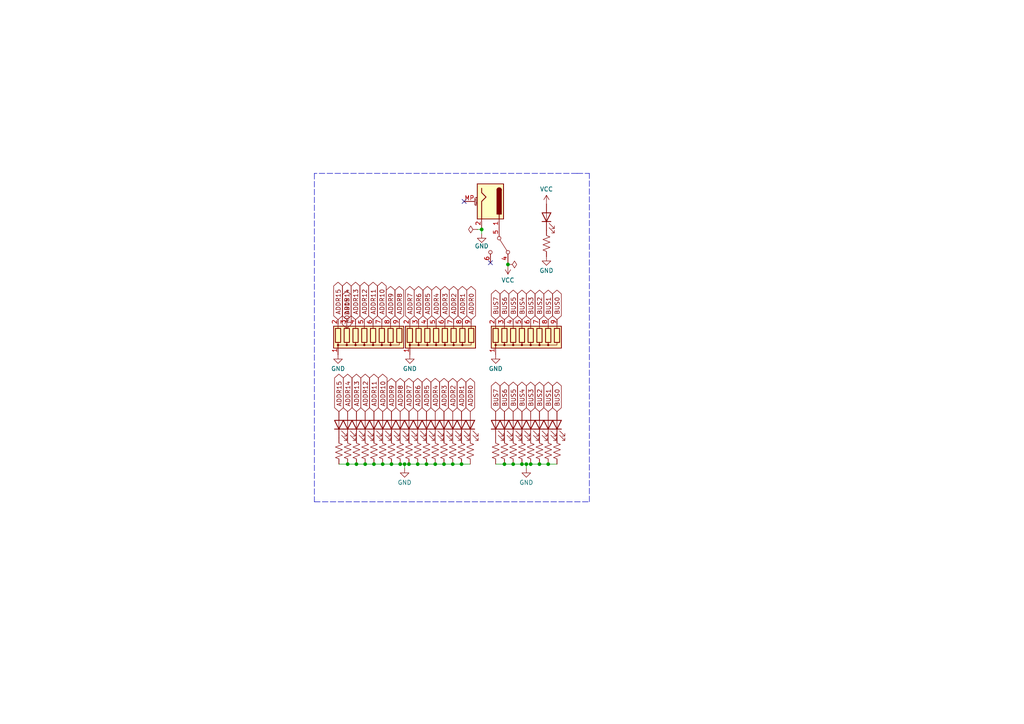
<source format=kicad_sch>
(kicad_sch (version 20211123) (generator eeschema)
  (paper "A4")
  (lib_symbols
    (symbol "Connector:Barrel_Jack_MountingPin" (pin_names hide)
      (property "Reference" "J" (at 0 5.334 0))
      (property "Value" "Barrel_Jack_MountingPin" (at 1.27 -6.35 0))
      (symbol "Barrel_Jack_MountingPin_0_1"
        (rectangle (start -5.08 3.81) (end 5.08 -3.81) (stroke (width 0.254)) (fill (type background)))
        (arc (start -3.302 3.175) (mid -3.937 2.54) (end -3.302 1.905) (stroke (width 0.254)))
        (arc (start -3.302 3.175) (mid -3.937 2.54) (end -3.302 1.905) (stroke (width 0.254)) (fill (type outline)))
        (polyline (pts (xy 5.08 2.54) (xy 3.81 2.54)) (stroke (width 0.254)))
        (polyline (pts (xy -3.81 -2.54) (xy -2.54 -2.54) (xy -1.27 -1.27) (xy 0 -2.54) (xy 2.54 -2.54) (xy 5.08 -2.54)) (stroke (width 0.254)))
        (rectangle (start 3.683 3.175) (end -3.302 1.905) (stroke (width 0.254)) (fill (type outline)))
      )
      (symbol "Barrel_Jack_MountingPin_1_1"
        (polyline (pts (xy -1.016 -4.572) (xy 1.016 -4.572)) (stroke (width 0.1524)))
        (text "Mounting" (at 0 -4.191 0) (effects (font (size 0.381 0.381))))
        (pin passive line (at 7.62 2.54 180) (length 2.54) (name "~") (number "1"))
        (pin passive line (at 7.62 -2.54 180) (length 2.54) (name "~") (number "2"))
        (pin passive line (at 0 -7.62 90) (length 3.048) (name "MountPin") (number "MP"))
      )
    )
    (symbol "Device:LED" (pin_numbers hide) (pin_names (offset 1.016) hide)
      (property "Reference" "D" (at 0 2.54 0))
      (property "Value" "LED" (at 0 -2.54 0))
      (symbol "LED_0_1"
        (polyline (pts (xy -1.27 -1.27) (xy -1.27 1.27)) (stroke (width 0.254)))
        (polyline (pts (xy -1.27 0) (xy 1.27 0)))
        (polyline (pts (xy 1.27 -1.27) (xy 1.27 1.27) (xy -1.27 0) (xy 1.27 -1.27)) (stroke (width 0.254)))
        (polyline (pts (xy -3.048 -0.762) (xy -4.572 -2.286) (xy -3.81 -2.286) (xy -4.572 -2.286) (xy -4.572 -1.524)))
        (polyline (pts (xy -1.778 -0.762) (xy -3.302 -2.286) (xy -2.54 -2.286) (xy -3.302 -2.286) (xy -3.302 -1.524)))
      )
      (symbol "LED_1_1"
        (pin passive line (at -3.81 0 0) (length 2.54) (name "K") (number "1"))
        (pin passive line (at 3.81 0 180) (length 2.54) (name "A") (number "2"))
      )
    )
    (symbol "Device:R_Network08" (pin_names (offset 0) hide)
      (property "Reference" "RN" (at -12.7 0 90))
      (property "Value" "R_Network08" (at 10.16 0 90))
      (symbol "R_Network08_0_1"
        (rectangle (start -11.43 -3.175) (end 8.89 3.175) (stroke (width 0.254)) (fill (type background)))
        (rectangle (start -10.922 1.524) (end -9.398 -2.54) (stroke (width 0.254)))
        (circle (center -10.16 2.286) (radius 0.254) (fill (type outline)))
        (rectangle (start -8.382 1.524) (end -6.858 -2.54) (stroke (width 0.254)))
        (circle (center -7.62 2.286) (radius 0.254) (fill (type outline)))
        (rectangle (start -5.842 1.524) (end -4.318 -2.54) (stroke (width 0.254)))
        (circle (center -5.08 2.286) (radius 0.254) (fill (type outline)))
        (rectangle (start -3.302 1.524) (end -1.778 -2.54) (stroke (width 0.254)))
        (circle (center -2.54 2.286) (radius 0.254) (fill (type outline)))
        (rectangle (start -0.762 1.524) (end 0.762 -2.54) (stroke (width 0.254)))
        (polyline (pts (xy -10.16 -2.54) (xy -10.16 -3.81)))
        (polyline (pts (xy -7.62 -2.54) (xy -7.62 -3.81)))
        (polyline (pts (xy -5.08 -2.54) (xy -5.08 -3.81)))
        (polyline (pts (xy -2.54 -2.54) (xy -2.54 -3.81)))
        (polyline (pts (xy 0 -2.54) (xy 0 -3.81)))
        (polyline (pts (xy 2.54 -2.54) (xy 2.54 -3.81)))
        (polyline (pts (xy 5.08 -2.54) (xy 5.08 -3.81)))
        (polyline (pts (xy 7.62 -2.54) (xy 7.62 -3.81)))
        (polyline (pts (xy -10.16 1.524) (xy -10.16 2.286) (xy -7.62 2.286) (xy -7.62 1.524)))
        (polyline (pts (xy -7.62 1.524) (xy -7.62 2.286) (xy -5.08 2.286) (xy -5.08 1.524)))
        (polyline (pts (xy -5.08 1.524) (xy -5.08 2.286) (xy -2.54 2.286) (xy -2.54 1.524)))
        (polyline (pts (xy -2.54 1.524) (xy -2.54 2.286) (xy 0 2.286) (xy 0 1.524)))
        (polyline (pts (xy 0 1.524) (xy 0 2.286) (xy 2.54 2.286) (xy 2.54 1.524)))
        (polyline (pts (xy 2.54 1.524) (xy 2.54 2.286) (xy 5.08 2.286) (xy 5.08 1.524)))
        (polyline (pts (xy 5.08 1.524) (xy 5.08 2.286) (xy 7.62 2.286) (xy 7.62 1.524)))
        (circle (center 0 2.286) (radius 0.254) (fill (type outline)))
        (rectangle (start 1.778 1.524) (end 3.302 -2.54) (stroke (width 0.254)))
        (circle (center 2.54 2.286) (radius 0.254) (fill (type outline)))
        (rectangle (start 4.318 1.524) (end 5.842 -2.54) (stroke (width 0.254)))
        (circle (center 5.08 2.286) (radius 0.254) (fill (type outline)))
        (rectangle (start 6.858 1.524) (end 8.382 -2.54) (stroke (width 0.254)))
      )
      (symbol "R_Network08_1_1"
        (pin passive line (at -10.16 5.08 270) (length 2.54) (name "common") (number "1"))
        (pin passive line (at -10.16 -5.08 90) (length 1.27) (name "R1") (number "2"))
        (pin passive line (at -7.62 -5.08 90) (length 1.27) (name "R2") (number "3"))
        (pin passive line (at -5.08 -5.08 90) (length 1.27) (name "R3") (number "4"))
        (pin passive line (at -2.54 -5.08 90) (length 1.27) (name "R4") (number "5"))
        (pin passive line (at 0 -5.08 90) (length 1.27) (name "R5") (number "6"))
        (pin passive line (at 2.54 -5.08 90) (length 1.27) (name "R6") (number "7"))
        (pin passive line (at 5.08 -5.08 90) (length 1.27) (name "R7") (number "8"))
        (pin passive line (at 7.62 -5.08 90) (length 1.27) (name "R8") (number "9"))
      )
    )
    (symbol "Device:R_US" (pin_numbers hide) (pin_names (offset 0))
      (property "Reference" "R" (at 2.54 0 90))
      (property "Value" "R_US" (at -2.54 0 90))
      (symbol "R_US_0_1"
        (polyline (pts (xy 0 -2.286) (xy 0 -2.54)))
        (polyline (pts (xy 0 2.286) (xy 0 2.54)))
        (polyline (pts (xy 0 -0.762) (xy 1.016 -1.143) (xy 0 -1.524) (xy -1.016 -1.905) (xy 0 -2.286)))
        (polyline (pts (xy 0 0.762) (xy 1.016 0.381) (xy 0 0) (xy -1.016 -0.381) (xy 0 -0.762)))
        (polyline (pts (xy 0 2.286) (xy 1.016 1.905) (xy 0 1.524) (xy -1.016 1.143) (xy 0 0.762)))
      )
      (symbol "R_US_1_1"
        (pin passive line (at 0 3.81 270) (length 1.27) (name "~") (number "1"))
        (pin passive line (at 0 -3.81 90) (length 1.27) (name "~") (number "2"))
      )
    )
    (symbol "Switch:SW_DPDT_x2" (pin_names (offset 0) hide)
      (property "Reference" "SW" (at 0 4.318 0))
      (property "Value" "SW_DPDT_x2" (at 0 -5.08 0))
      (symbol "SW_DPDT_x2_0_0"
        (circle (center -2.032 0) (radius 0.508))
        (circle (center 2.032 -2.54) (radius 0.508))
      )
      (symbol "SW_DPDT_x2_0_1"
        (polyline (pts (xy -1.524 0.254) (xy 1.651 2.286)))
        (circle (center 2.032 2.54) (radius 0.508))
      )
      (symbol "SW_DPDT_x2_1_1"
        (pin passive line (at 5.08 2.54 180) (length 2.54) (name "A") (number "1"))
        (pin passive line (at -5.08 0 0) (length 2.54) (name "B") (number "2"))
        (pin passive line (at 5.08 -2.54 180) (length 2.54) (name "C") (number "3"))
      )
      (symbol "SW_DPDT_x2_2_1"
        (pin passive line (at 5.08 2.54 180) (length 2.54) (name "A") (number "4"))
        (pin passive line (at -5.08 0 0) (length 2.54) (name "B") (number "5"))
        (pin passive line (at 5.08 -2.54 180) (length 2.54) (name "C") (number "6"))
      )
    )
    (symbol "power:GND" (power) (pin_names (offset 0))
      (property "Value" "GND" (at 0 -3.81 0))
      (symbol "GND_0_1"
        (polyline (pts (xy 0 0) (xy 0 -1.27) (xy 1.27 -1.27) (xy 0 -2.54) (xy -1.27 -1.27) (xy 0 -1.27)))
      )
      (symbol "GND_1_1"
        (pin power_in line (at 0 0 270) (length 0) hide (name "GND") (number "1"))
      )
    )
    (symbol "power:PWR_FLAG" (power) (pin_numbers hide) (pin_names (offset 0) hide)
      (property "Value" "PWR_FLAG" (at 0 3.81 0))
      (symbol "PWR_FLAG_0_0"
        (pin power_out line (at 0 0 90) (length 0) (name "pwr") (number "1"))
      )
      (symbol "PWR_FLAG_0_1"
        (polyline (pts (xy 0 0) (xy 0 1.27) (xy -1.016 1.905) (xy 0 2.54) (xy 1.016 1.905) (xy 0 1.27)))
      )
    )
    (symbol "power:VCC" (power) (pin_names (offset 0))
      (property "Value" "VCC" (at 0 3.81 0))
      (symbol "VCC_0_1"
        (polyline (pts (xy -0.762 1.27) (xy 0 2.54)))
        (polyline (pts (xy 0 0) (xy 0 2.54)))
        (polyline (pts (xy 0 2.54) (xy 0.762 1.27)))
      )
      (symbol "VCC_1_1"
        (pin power_in line (at 0 0 90) (length 0) hide (name "VCC") (number "1"))
      )
    )
  )
  (junction (at 146.304 134.62))
  (junction (at 131.318 134.62))
  (junction (at 116.078 134.62))
  (junction (at 108.458 134.62))
  (junction (at 117.348 134.62))
  (junction (at 126.238 134.62))
  (junction (at 153.924 134.62))
  (junction (at 118.618 134.62))
  (junction (at 159.004 134.62))
  (junction (at 133.858 134.62))
  (junction (at 113.538 134.62))
  (junction (at 139.7 66.548))
  (junction (at 128.778 134.62))
  (junction (at 110.998 134.62))
  (junction (at 156.464 134.62))
  (junction (at 148.844 134.62))
  (junction (at 147.32 76.708))
  (junction (at 121.158 134.62))
  (junction (at 151.384 134.62))
  (junction (at 152.654 134.62))
  (junction (at 100.838 134.62))
  (junction (at 105.918 134.62))
  (junction (at 123.698 134.62))
  (junction (at 103.378 134.62))
  (no_connect (at 134.62 58.42))
  (no_connect (at 142.24 76.2))
  (wire (pts (xy 133.858 134.62) (xy 136.398 134.62)))
  (wire (pts (xy 126.238 134.62) (xy 128.778 134.62)))
  (wire (pts (xy 138.43 66.548) (xy 139.7 66.548)))
  (wire (pts (xy 156.464 134.62) (xy 159.004 134.62)))
  (wire (pts (xy 118.618 134.62) (xy 121.158 134.62)))
  (polyline (pts (xy 91.186 145.542) (xy 170.942 145.542)))
  (polyline (pts (xy 91.186 50.292) (xy 91.186 145.542)))
  (wire (pts (xy 105.918 134.62) (xy 108.458 134.62)))
  (polyline (pts (xy 170.942 145.542) (xy 170.942 50.292)))
  (wire (pts (xy 103.378 134.62) (xy 105.918 134.62)))
  (wire (pts (xy 110.998 134.62) (xy 113.538 134.62)))
  (wire (pts (xy 147.32 76.962) (xy 147.32 76.708)))
  (wire (pts (xy 98.298 134.62) (xy 100.838 134.62)))
  (wire (pts (xy 117.348 134.62) (xy 117.348 135.89)))
  (wire (pts (xy 146.304 134.62) (xy 148.844 134.62)))
  (wire (pts (xy 123.698 134.62) (xy 126.238 134.62)))
  (wire (pts (xy 108.458 134.62) (xy 110.998 134.62)))
  (wire (pts (xy 121.158 134.62) (xy 123.698 134.62)))
  (wire (pts (xy 151.384 134.62) (xy 152.654 134.62)))
  (wire (pts (xy 152.654 134.62) (xy 153.924 134.62)))
  (polyline (pts (xy 167.386 50.292) (xy 170.942 50.292)))
  (wire (pts (xy 117.348 134.62) (xy 118.618 134.62)))
  (wire (pts (xy 152.654 134.62) (xy 152.654 135.89)))
  (polyline (pts (xy 167.386 50.292) (xy 91.186 50.292)))
  (wire (pts (xy 116.078 134.62) (xy 117.348 134.62)))
  (wire (pts (xy 113.538 134.62) (xy 116.078 134.62)))
  (wire (pts (xy 100.838 134.62) (xy 103.378 134.62)))
  (wire (pts (xy 139.7 67.818) (xy 139.7 66.548)))
  (wire (pts (xy 128.778 134.62) (xy 131.318 134.62)))
  (wire (pts (xy 147.32 76.708) (xy 147.32 76.2)))
  (wire (pts (xy 143.764 134.62) (xy 146.304 134.62)))
  (wire (pts (xy 148.844 134.62) (xy 151.384 134.62)))
  (wire (pts (xy 139.7 66.548) (xy 139.7 66.04)))
  (wire (pts (xy 153.924 134.62) (xy 156.464 134.62)))
  (wire (pts (xy 159.004 134.62) (xy 161.544 134.62)))
  (wire (pts (xy 131.318 134.62) (xy 133.858 134.62)))
  (global_label "ADDR5" (shape tri_state) (at 123.952 92.71 90) (property "Intersheet References" "${INTERSHEET_REFS}" (effects hide)))
  (global_label "ADDR10" (shape tri_state) (at 110.744 92.71 90) (property "Intersheet References" "${INTERSHEET_REFS}" (effects hide)))
  (global_label "BUS0" (shape tri_state) (at 161.544 92.71 90) (property "Intersheet References" "${INTERSHEET_REFS}" (effects hide)))
  (global_label "ADDR13" (shape tri_state) (at 103.124 92.71 90) (property "Intersheet References" "${INTERSHEET_REFS}" (effects hide)))
  (global_label "ADDR11" (shape tri_state) (at 108.458 119.38 90) (property "Intersheet References" "${INTERSHEET_REFS}" (effects hide)))
  (global_label "ADDR6" (shape tri_state) (at 121.412 92.71 90) (property "Intersheet References" "${INTERSHEET_REFS}" (effects hide)))
  (global_label "ADDR0" (shape tri_state) (at 136.398 119.38 90) (property "Intersheet References" "${INTERSHEET_REFS}" (effects hide)))
  (global_label "ADDR3" (shape tri_state) (at 128.778 119.38 90) (property "Intersheet References" "${INTERSHEET_REFS}" (effects hide)))
  (global_label "ADDR13" (shape tri_state) (at 103.378 119.38 90) (property "Intersheet References" "${INTERSHEET_REFS}" (effects hide)))
  (global_label "ADDR9" (shape tri_state) (at 113.284 92.71 90) (property "Intersheet References" "${INTERSHEET_REFS}" (effects hide)))
  (global_label "ADDR3" (shape tri_state) (at 129.032 92.71 90) (property "Intersheet References" "${INTERSHEET_REFS}" (effects hide)))
  (global_label "ADDR8" (shape tri_state) (at 116.078 119.38 90) (property "Intersheet References" "${INTERSHEET_REFS}" (effects hide)))
  (global_label "ADDR7" (shape tri_state) (at 118.618 119.38 90) (property "Intersheet References" "${INTERSHEET_REFS}" (effects hide)))
  (global_label "ADDR6" (shape tri_state) (at 121.158 119.38 90) (property "Intersheet References" "${INTERSHEET_REFS}" (effects hide)))
  (global_label "BUS6" (shape tri_state) (at 146.304 92.71 90) (property "Intersheet References" "${INTERSHEET_REFS}" (effects hide)))
  (global_label "BUS6" (shape tri_state) (at 146.304 119.38 90) (property "Intersheet References" "${INTERSHEET_REFS}" (effects hide)))
  (global_label "BUS5" (shape tri_state) (at 148.844 92.71 90) (property "Intersheet References" "${INTERSHEET_REFS}" (effects hide)))
  (global_label "ADDR4" (shape tri_state) (at 126.492 92.71 90) (property "Intersheet References" "${INTERSHEET_REFS}" (effects hide)))
  (global_label "ADDR15" (shape tri_state) (at 98.044 92.71 90) (property "Intersheet References" "${INTERSHEET_REFS}" (effects hide)))
  (global_label "ADDR1" (shape tri_state) (at 134.112 92.71 90) (property "Intersheet References" "${INTERSHEET_REFS}" (effects hide)))
  (global_label "BUS7" (shape tri_state) (at 143.764 119.38 90) (property "Intersheet References" "${INTERSHEET_REFS}" (effects hide)))
  (global_label "ADDR15" (shape tri_state) (at 98.298 119.38 90) (property "Intersheet References" "${INTERSHEET_REFS}" (effects hide)))
  (global_label "ADDR14" (shape tri_state) (at 100.584 92.71 90) (property "Intersheet References" "${INTERSHEET_REFS}" (effects hide)))
  (global_label "BUS7" (shape tri_state) (at 143.764 92.71 90) (property "Intersheet References" "${INTERSHEET_REFS}" (effects hide)))
  (global_label "ADDR10" (shape tri_state) (at 110.998 119.38 90) (property "Intersheet References" "${INTERSHEET_REFS}" (effects hide)))
  (global_label "ADDR11" (shape tri_state) (at 108.204 92.71 90) (property "Intersheet References" "${INTERSHEET_REFS}" (effects hide)))
  (global_label "ADDR1" (shape tri_state) (at 133.858 119.38 90) (property "Intersheet References" "${INTERSHEET_REFS}" (effects hide)))
  (global_label "ADDR8" (shape tri_state) (at 115.824 92.71 90) (property "Intersheet References" "${INTERSHEET_REFS}" (effects hide)))
  (global_label "BUS5" (shape tri_state) (at 148.844 119.38 90) (property "Intersheet References" "${INTERSHEET_REFS}" (effects hide)))
  (global_label "ADDR0" (shape tri_state) (at 136.652 92.71 90) (property "Intersheet References" "${INTERSHEET_REFS}" (effects hide)))
  (global_label "ADDR4" (shape tri_state) (at 126.238 119.38 90) (property "Intersheet References" "${INTERSHEET_REFS}" (effects hide)))
  (global_label "BUS1" (shape tri_state) (at 159.004 92.71 90) (property "Intersheet References" "${INTERSHEET_REFS}" (effects hide)))
  (global_label "ADDR7" (shape tri_state) (at 118.872 92.71 90) (property "Intersheet References" "${INTERSHEET_REFS}" (effects hide)))
  (global_label "ADDR9" (shape tri_state) (at 113.538 119.38 90) (property "Intersheet References" "${INTERSHEET_REFS}" (effects hide)))
  (global_label "ADDR5" (shape tri_state) (at 123.698 119.38 90) (property "Intersheet References" "${INTERSHEET_REFS}" (effects hide)))
  (global_label "ADDR2" (shape tri_state) (at 131.572 92.71 90) (property "Intersheet References" "${INTERSHEET_REFS}" (effects hide)))
  (global_label "ADDR12" (shape tri_state) (at 105.918 119.38 90) (property "Intersheet References" "${INTERSHEET_REFS}" (effects hide)))
  (global_label "BUS3" (shape tri_state) (at 153.924 92.71 90) (property "Intersheet References" "${INTERSHEET_REFS}" (effects hide)))
  (global_label "BUS0" (shape tri_state) (at 161.544 119.38 90) (property "Intersheet References" "${INTERSHEET_REFS}" (effects hide)))
  (global_label "ADDR14" (shape tri_state) (at 100.838 119.38 90) (property "Intersheet References" "${INTERSHEET_REFS}" (effects hide)))
  (global_label "ADDR12" (shape tri_state) (at 105.664 92.71 90) (property "Intersheet References" "${INTERSHEET_REFS}" (effects hide)))
  (global_label "ADDR15" (shape tri_state) (at 100.584 95.25 90) (property "Intersheet References" "${INTERSHEET_REFS}" (effects hide)))
  (global_label "BUS3" (shape tri_state) (at 153.924 119.38 90) (property "Intersheet References" "${INTERSHEET_REFS}" (effects hide)))
  (global_label "BUS4" (shape tri_state) (at 151.384 92.71 90) (property "Intersheet References" "${INTERSHEET_REFS}" (effects hide)))
  (global_label "BUS2" (shape tri_state) (at 156.464 92.71 90) (property "Intersheet References" "${INTERSHEET_REFS}" (effects hide)))
  (global_label "BUS2" (shape tri_state) (at 156.464 119.38 90) (property "Intersheet References" "${INTERSHEET_REFS}" (effects hide)))
  (global_label "BUS1" (shape tri_state) (at 159.004 119.38 90) (property "Intersheet References" "${INTERSHEET_REFS}" (effects hide)))
  (global_label "BUS4" (shape tri_state) (at 151.384 119.38 90) (property "Intersheet References" "${INTERSHEET_REFS}" (effects hide)))
  (global_label "ADDR2" (shape tri_state) (at 131.318 119.38 90) (property "Intersheet References" "${INTERSHEET_REFS}" (effects hide)))
  (symbol (lib_id "Device:LED") (at 131.318 123.19 90) (unit 1)
    (property "Reference" "D14" (effects hide))
    (property "Value" "LED" (effects hide))
    (property "Footprint" "LED_SMD:LED_0805_2012Metric" (effects hide))
  )
  (symbol (lib_id "Device:R_US") (at 123.698 130.81 0) (unit 1)
    (property "Reference" "R13" (effects hide))
    (property "Value" "R_US" (effects hide))
    (property "Footprint" "Resistor_SMD:R_0805_2012Metric" (effects hide))
  )
  (symbol (lib_id "Device:R_US") (at 98.298 130.81 0) (unit 1)
    (property "Reference" "R3" (effects hide))
    (property "Value" "R_US" (effects hide))
    (property "Footprint" "Resistor_SMD:R_0805_2012Metric" (effects hide))
  )
  (symbol (lib_id "power:GND") (at 139.7 67.818 0) (unit 1)
    (property "Reference" "#PWR042" (effects hide))
    (property "Value" "GND" (at 139.7 71.374 0))
  )
  (symbol (lib_id "Device:LED") (at 105.918 123.19 90) (unit 1)
    (property "Reference" "D4" (effects hide))
    (property "Value" "LED" (effects hide))
    (property "Footprint" "LED_SMD:LED_0805_2012Metric" (effects hide))
  )
  (symbol (lib_id "Device:R_US") (at 143.764 130.81 0) (unit 1)
    (property "Reference" "R19" (effects hide))
    (property "Value" "R_US" (effects hide))
    (property "Footprint" "Resistor_SMD:R_0805_2012Metric" (effects hide))
  )
  (symbol (lib_id "Device:R_Network08") (at 129.032 97.79 0) (mirror x) (unit 1)
    (property "Reference" "RN2" (effects hide))
    (property "Value" "R_Network08" (effects hide))
    (property "Footprint" "Resistor_THT:R_Array_SIP9" (effects hide))
    (property "Datasheet" "http://www.vishay.com/docs/31509/csc.pdf" (effects hide))
  )
  (symbol (lib_id "Device:LED") (at 100.838 123.19 90) (unit 1)
    (property "Reference" "D2" (effects hide))
    (property "Value" "LED" (effects hide))
    (property "Footprint" "LED_SMD:LED_0805_2012Metric" (effects hide))
  )
  (symbol (lib_id "power:GND") (at 143.764 102.87 0) (unit 1)
    (property "Reference" "#PWR043" (effects hide))
    (property "Value" "GND" (at 143.764 106.934 0))
  )
  (symbol (lib_id "Connector:Barrel_Jack_MountingPin") (at 142.24 58.42 270) (unit 1)
    (property "Reference" "J55" (effects hide))
    (property "Value" "Barrel_Jack_MountingPin" (effects hide))
    (property "Footprint" "Connector_BarrelJack:BarrelJack_Horizontal" (effects hide))
  )
  (symbol (lib_id "Device:LED") (at 118.618 123.19 90) (unit 1)
    (property "Reference" "D9" (effects hide))
    (property "Value" "LED" (effects hide))
    (property "Footprint" "LED_SMD:LED_0805_2012Metric" (effects hide))
  )
  (symbol (lib_id "Device:LED") (at 133.858 123.19 90) (unit 1)
    (property "Reference" "D15" (effects hide))
    (property "Value" "LED" (effects hide))
    (property "Footprint" "LED_SMD:LED_0805_2012Metric" (effects hide))
  )
  (symbol (lib_id "power:PWR_FLAG") (at 138.43 66.548 90) (unit 1)
    (property "Reference" "#FLG01" (effects hide))
    (property "Value" "PWR_FLAG" (effects hide))
  )
  (symbol (lib_id "Device:LED") (at 113.538 123.19 90) (unit 1)
    (property "Reference" "D7" (effects hide))
    (property "Value" "LED" (effects hide))
    (property "Footprint" "LED_SMD:LED_0805_2012Metric" (effects hide))
  )
  (symbol (lib_id "Device:R_US") (at 105.918 130.81 0) (unit 1)
    (property "Reference" "R6" (effects hide))
    (property "Value" "R_US" (effects hide))
    (property "Footprint" "Resistor_SMD:R_0805_2012Metric" (effects hide))
  )
  (symbol (lib_id "Device:LED") (at 98.298 123.19 90) (unit 1)
    (property "Reference" "D1" (effects hide))
    (property "Value" "LED" (effects hide))
    (property "Footprint" "LED_SMD:LED_0805_2012Metric" (effects hide))
  )
  (symbol (lib_id "Device:R_US") (at 136.398 130.81 0) (unit 1)
    (property "Reference" "R18" (effects hide))
    (property "Value" "R_US" (effects hide))
    (property "Footprint" "Resistor_SMD:R_0805_2012Metric" (effects hide))
  )
  (symbol (lib_id "Device:R_US") (at 128.778 130.81 0) (unit 1)
    (property "Reference" "R15" (effects hide))
    (property "Value" "R_US" (effects hide))
    (property "Footprint" "Resistor_SMD:R_0805_2012Metric" (effects hide))
  )
  (symbol (lib_id "power:GND") (at 152.654 135.89 0) (unit 1)
    (property "Reference" "#PWR045" (effects hide))
    (property "Value" "GND" (at 152.654 139.954 0))
  )
  (symbol (lib_id "Device:R_Network08") (at 108.204 97.79 0) (mirror x) (unit 1)
    (property "Reference" "RN1" (effects hide))
    (property "Value" "R_Network08" (effects hide))
    (property "Footprint" "Resistor_THT:R_Array_SIP9" (effects hide))
    (property "Datasheet" "http://www.vishay.com/docs/31509/csc.pdf" (effects hide))
  )
  (symbol (lib_id "Device:LED") (at 136.398 123.19 90) (unit 1)
    (property "Reference" "D16" (effects hide))
    (property "Value" "LED" (effects hide))
    (property "Footprint" "LED_SMD:LED_0805_2012Metric" (effects hide))
  )
  (symbol (lib_id "Device:LED") (at 146.304 123.19 90) (unit 1)
    (property "Reference" "D18" (effects hide))
    (property "Value" "LED" (effects hide))
    (property "Footprint" "LED_SMD:LED_0805_2012Metric" (effects hide))
  )
  (symbol (lib_id "Device:R_US") (at 118.618 130.81 0) (unit 1)
    (property "Reference" "R11" (effects hide))
    (property "Value" "R_US" (effects hide))
    (property "Footprint" "Resistor_SMD:R_0805_2012Metric" (effects hide))
  )
  (symbol (lib_id "Device:R_US") (at 126.238 130.81 0) (unit 1)
    (property "Reference" "R14" (effects hide))
    (property "Value" "R_US" (effects hide))
    (property "Footprint" "Resistor_SMD:R_0805_2012Metric" (effects hide))
  )
  (symbol (lib_id "Device:R_US") (at 103.378 130.81 0) (unit 1)
    (property "Reference" "R5" (effects hide))
    (property "Value" "R_US" (effects hide))
    (property "Footprint" "Resistor_SMD:R_0805_2012Metric" (effects hide))
  )
  (symbol (lib_id "Device:R_US") (at 161.544 130.81 0) (unit 1)
    (property "Reference" "R27" (effects hide))
    (property "Value" "R_US" (effects hide))
    (property "Footprint" "Resistor_SMD:R_0805_2012Metric" (effects hide))
  )
  (symbol (lib_id "Device:R_US") (at 148.844 130.81 0) (unit 1)
    (property "Reference" "R21" (effects hide))
    (property "Value" "R_US" (effects hide))
    (property "Footprint" "Resistor_SMD:R_0805_2012Metric" (effects hide))
  )
  (symbol (lib_id "Device:R_US") (at 151.384 130.81 0) (unit 1)
    (property "Reference" "R22" (effects hide))
    (property "Value" "R_US" (effects hide))
    (property "Footprint" "Resistor_SMD:R_0805_2012Metric" (effects hide))
  )
  (symbol (lib_id "Device:LED") (at 116.078 123.19 90) (unit 1)
    (property "Reference" "D8" (effects hide))
    (property "Value" "LED" (effects hide))
    (property "Footprint" "LED_SMD:LED_0805_2012Metric" (effects hide))
  )
  (symbol (lib_id "Device:R_US") (at 158.496 70.612 0) (unit 1)
    (property "Reference" "R25" (effects hide))
    (property "Value" "R_US" (effects hide))
    (property "Footprint" "Resistor_SMD:R_0805_2012Metric" (effects hide))
  )
  (symbol (lib_id "Device:R_US") (at 159.004 130.81 0) (unit 1)
    (property "Reference" "R26" (effects hide))
    (property "Value" "R_US" (effects hide))
    (property "Footprint" "Resistor_SMD:R_0805_2012Metric" (effects hide))
  )
  (symbol (lib_id "Device:LED") (at 158.496 62.992 90) (unit 1)
    (property "Reference" "D23" (effects hide))
    (property "Value" "LED" (effects hide))
    (property "Footprint" "LED_SMD:LED_0805_2012Metric" (effects hide))
  )
  (symbol (lib_id "Device:R_US") (at 121.158 130.81 0) (unit 1)
    (property "Reference" "R12" (effects hide))
    (property "Value" "R_US" (effects hide))
    (property "Footprint" "Resistor_SMD:R_0805_2012Metric" (effects hide))
  )
  (symbol (lib_id "Device:LED") (at 110.998 123.19 90) (unit 1)
    (property "Reference" "D6" (effects hide))
    (property "Value" "LED" (effects hide))
    (property "Footprint" "LED_SMD:LED_0805_2012Metric" (effects hide))
  )
  (symbol (lib_id "Device:R_US") (at 108.458 130.81 0) (unit 1)
    (property "Reference" "R7" (effects hide))
    (property "Value" "R_US" (effects hide))
    (property "Footprint" "Resistor_SMD:R_0805_2012Metric" (effects hide))
  )
  (symbol (lib_id "Device:R_US") (at 156.464 130.81 0) (unit 1)
    (property "Reference" "R24" (effects hide))
    (property "Value" "R_US" (effects hide))
    (property "Footprint" "Resistor_SMD:R_0805_2012Metric" (effects hide))
  )
  (symbol (lib_id "Device:R_US") (at 113.538 130.81 0) (unit 1)
    (property "Reference" "R9" (effects hide))
    (property "Value" "R_US" (effects hide))
    (property "Footprint" "Resistor_SMD:R_0805_2012Metric" (effects hide))
  )
  (symbol (lib_id "Device:R_US") (at 116.078 130.81 0) (unit 1)
    (property "Reference" "R10" (effects hide))
    (property "Value" "R_US" (effects hide))
    (property "Footprint" "Resistor_SMD:R_0805_2012Metric" (effects hide))
  )
  (symbol (lib_id "Device:R_US") (at 131.318 130.81 0) (unit 1)
    (property "Reference" "R16" (effects hide))
    (property "Value" "R_US" (effects hide))
    (property "Footprint" "Resistor_SMD:R_0805_2012Metric" (effects hide))
  )
  (symbol (lib_id "Device:LED") (at 108.458 123.19 90) (unit 1)
    (property "Reference" "D5" (effects hide))
    (property "Value" "LED" (effects hide))
    (property "Footprint" "LED_SMD:LED_0805_2012Metric" (effects hide))
  )
  (symbol (lib_id "Device:LED") (at 126.238 123.19 90) (unit 1)
    (property "Reference" "D12" (effects hide))
    (property "Value" "LED" (effects hide))
    (property "Footprint" "LED_SMD:LED_0805_2012Metric" (effects hide))
  )
  (symbol (lib_id "Device:R_US") (at 100.838 130.81 0) (unit 1)
    (property "Reference" "R4" (effects hide))
    (property "Value" "R_US" (effects hide))
    (property "Footprint" "Resistor_SMD:R_0805_2012Metric" (effects hide))
  )
  (symbol (lib_id "Device:R_Network08") (at 153.924 97.79 0) (mirror x) (unit 1)
    (property "Reference" "RN3" (effects hide))
    (property "Value" "R_Network08" (effects hide))
    (property "Footprint" "Resistor_THT:R_Array_SIP9" (effects hide))
    (property "Datasheet" "http://www.vishay.com/docs/31509/csc.pdf" (effects hide))
  )
  (symbol (lib_id "Device:R_US") (at 133.858 130.81 0) (unit 1)
    (property "Reference" "R17" (effects hide))
    (property "Value" "R_US" (effects hide))
    (property "Footprint" "Resistor_SMD:R_0805_2012Metric" (effects hide))
  )
  (symbol (lib_id "power:GND") (at 118.872 102.87 0) (unit 1)
    (property "Reference" "#PWR041" (effects hide))
    (property "Value" "GND" (at 118.872 106.934 0))
  )
  (symbol (lib_id "Device:LED") (at 103.378 123.19 90) (unit 1)
    (property "Reference" "D3" (effects hide))
    (property "Value" "LED" (effects hide))
    (property "Footprint" "LED_SMD:LED_0805_2012Metric" (effects hide))
  )
  (symbol (lib_id "Device:LED") (at 153.924 123.19 90) (unit 1)
    (property "Reference" "D21" (effects hide))
    (property "Value" "LED" (effects hide))
    (property "Footprint" "LED_SMD:LED_0805_2012Metric" (effects hide))
  )
  (symbol (lib_id "Device:R_US") (at 153.924 130.81 0) (unit 1)
    (property "Reference" "R23" (effects hide))
    (property "Value" "R_US" (effects hide))
    (property "Footprint" "Resistor_SMD:R_0805_2012Metric" (effects hide))
  )
  (symbol (lib_id "Device:LED") (at 151.384 123.19 90) (unit 1)
    (property "Reference" "D20" (effects hide))
    (property "Value" "LED" (effects hide))
    (property "Footprint" "LED_SMD:LED_0805_2012Metric" (effects hide))
  )
  (symbol (lib_id "Device:LED") (at 128.778 123.19 90) (unit 1)
    (property "Reference" "D13" (effects hide))
    (property "Value" "LED" (effects hide))
    (property "Footprint" "LED_SMD:LED_0805_2012Metric" (effects hide))
  )
  (symbol (lib_id "Switch:SW_DPDT_x2") (at 144.78 71.12 270) (unit 2)
    (property "Reference" "SW1" (effects hide))
    (property "Value" "SW_DPDT_x2" (effects hide))
    (property "Footprint" "Stephenv6:100SP1T1B4M6RE" (effects hide))
  )
  (symbol (lib_id "Device:R_US") (at 146.304 130.81 0) (unit 1)
    (property "Reference" "R20" (effects hide))
    (property "Value" "R_US" (effects hide))
    (property "Footprint" "Resistor_SMD:R_0805_2012Metric" (effects hide))
  )
  (symbol (lib_id "power:GND") (at 98.044 102.87 0) (unit 1)
    (property "Reference" "#PWR039" (effects hide))
    (property "Value" "GND" (at 98.044 106.934 0))
  )
  (symbol (lib_id "power:GND") (at 117.348 135.89 0) (unit 1)
    (property "Reference" "#PWR040" (effects hide))
    (property "Value" "GND" (at 117.348 139.954 0))
  )
  (symbol (lib_id "Device:LED") (at 156.464 123.19 90) (unit 1)
    (property "Reference" "D22" (effects hide))
    (property "Value" "LED" (effects hide))
    (property "Footprint" "LED_SMD:LED_0805_2012Metric" (effects hide))
  )
  (symbol (lib_id "power:VCC") (at 158.496 59.182 0) (unit 1)
    (property "Reference" "#PWR046" (effects hide))
    (property "Value" "VCC" (at 158.496 54.864 0))
  )
  (symbol (lib_id "Device:LED") (at 123.698 123.19 90) (unit 1)
    (property "Reference" "D11" (effects hide))
    (property "Value" "LED" (effects hide))
    (property "Footprint" "LED_SMD:LED_0805_2012Metric" (effects hide))
  )
  (symbol (lib_id "power:PWR_FLAG") (at 147.32 76.708 270) (unit 1)
    (property "Reference" "#FLG02" (effects hide))
    (property "Value" "PWR_FLAG" (effects hide))
  )
  (symbol (lib_id "Device:LED") (at 121.158 123.19 90) (unit 1)
    (property "Reference" "D10" (effects hide))
    (property "Value" "LED" (effects hide))
    (property "Footprint" "LED_SMD:LED_0805_2012Metric" (effects hide))
  )
  (symbol (lib_id "Device:LED") (at 159.004 123.19 90) (unit 1)
    (property "Reference" "D24" (effects hide))
    (property "Value" "LED" (effects hide))
    (property "Footprint" "LED_SMD:LED_0805_2012Metric" (effects hide))
  )
  (symbol (lib_id "Device:LED") (at 161.544 123.19 90) (unit 1)
    (property "Reference" "D25" (effects hide))
    (property "Value" "LED" (effects hide))
    (property "Footprint" "LED_SMD:LED_0805_2012Metric" (effects hide))
  )
  (symbol (lib_id "Device:LED") (at 143.764 123.19 90) (unit 1)
    (property "Reference" "D17" (effects hide))
    (property "Value" "LED" (effects hide))
    (property "Footprint" "LED_SMD:LED_0805_2012Metric" (effects hide))
  )
  (symbol (lib_id "power:GND") (at 158.496 74.422 0) (unit 1)
    (property "Reference" "#PWR047" (effects hide))
    (property "Value" "GND" (at 158.496 78.486 0))
  )
  (symbol (lib_id "Device:LED") (at 148.844 123.19 90) (unit 1)
    (property "Reference" "D19" (effects hide))
    (property "Value" "LED" (effects hide))
    (property "Footprint" "LED_SMD:LED_0805_2012Metric" (effects hide))
  )
  (symbol (lib_id "Device:R_US") (at 110.998 130.81 0) (unit 1)
    (property "Reference" "R8" (effects hide))
    (property "Value" "R_US" (effects hide))
    (property "Footprint" "Resistor_SMD:R_0805_2012Metric" (effects hide))
  )
  (symbol (lib_id "power:VCC") (at 147.32 76.962 180) (unit 1)
    (property "Reference" "#PWR044" (effects hide))
    (property "Value" "VCC" (at 147.32 81.28 0))
  )
)
</source>
